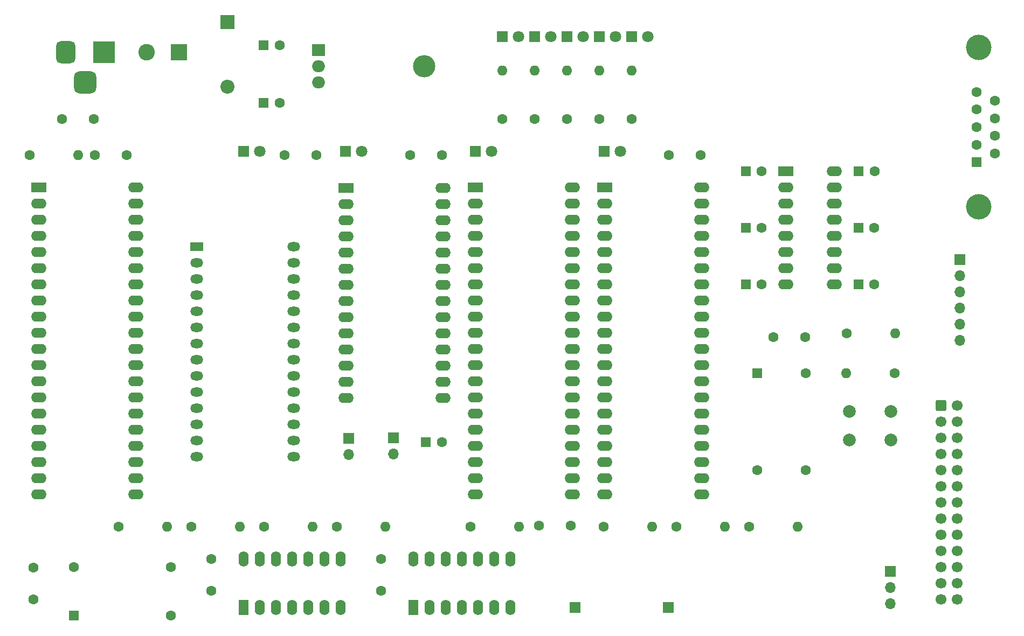
<source format=gbr>
%TF.GenerationSoftware,KiCad,Pcbnew,(6.0.11)*%
%TF.CreationDate,2024-01-26T22:10:08-05:00*%
%TF.ProjectId,FirstZ80,46697273-745a-4383-902e-6b696361645f,rev?*%
%TF.SameCoordinates,Original*%
%TF.FileFunction,Soldermask,Bot*%
%TF.FilePolarity,Negative*%
%FSLAX46Y46*%
G04 Gerber Fmt 4.6, Leading zero omitted, Abs format (unit mm)*
G04 Created by KiCad (PCBNEW (6.0.11)) date 2024-01-26 22:10:08*
%MOMM*%
%LPD*%
G01*
G04 APERTURE LIST*
G04 Aperture macros list*
%AMRoundRect*
0 Rectangle with rounded corners*
0 $1 Rounding radius*
0 $2 $3 $4 $5 $6 $7 $8 $9 X,Y pos of 4 corners*
0 Add a 4 corners polygon primitive as box body*
4,1,4,$2,$3,$4,$5,$6,$7,$8,$9,$2,$3,0*
0 Add four circle primitives for the rounded corners*
1,1,$1+$1,$2,$3*
1,1,$1+$1,$4,$5*
1,1,$1+$1,$6,$7*
1,1,$1+$1,$8,$9*
0 Add four rect primitives between the rounded corners*
20,1,$1+$1,$2,$3,$4,$5,0*
20,1,$1+$1,$4,$5,$6,$7,0*
20,1,$1+$1,$6,$7,$8,$9,0*
20,1,$1+$1,$8,$9,$2,$3,0*%
G04 Aperture macros list end*
%ADD10R,1.600000X2.400000*%
%ADD11O,1.600000X2.400000*%
%ADD12R,1.700000X1.700000*%
%ADD13R,1.600000X1.600000*%
%ADD14C,1.600000*%
%ADD15R,3.500000X3.500000*%
%ADD16RoundRect,0.750000X-0.750000X-1.000000X0.750000X-1.000000X0.750000X1.000000X-0.750000X1.000000X0*%
%ADD17RoundRect,0.875000X-0.875000X-0.875000X0.875000X-0.875000X0.875000X0.875000X-0.875000X0.875000X0*%
%ADD18R,1.800000X1.800000*%
%ADD19C,1.800000*%
%ADD20O,1.700000X1.700000*%
%ADD21O,1.600000X1.600000*%
%ADD22R,2.400000X1.600000*%
%ADD23O,2.400000X1.600000*%
%ADD24RoundRect,0.250000X-0.600000X-0.600000X0.600000X-0.600000X0.600000X0.600000X-0.600000X0.600000X0*%
%ADD25C,1.700000*%
%ADD26C,2.000000*%
%ADD27C,4.000000*%
%ADD28R,2.200000X2.200000*%
%ADD29O,2.200000X2.200000*%
%ADD30R,2.600000X2.600000*%
%ADD31C,2.600000*%
%ADD32R,2.000000X1.440000*%
%ADD33O,2.000000X1.440000*%
%ADD34O,3.500000X3.500000*%
%ADD35R,2.000000X1.905000*%
%ADD36O,2.000000X1.905000*%
G04 APERTURE END LIST*
D10*
%TO.C,U3*%
X96515000Y-153660000D03*
D11*
X99055000Y-153660000D03*
X101595000Y-153660000D03*
X104135000Y-153660000D03*
X106675000Y-153660000D03*
X109215000Y-153660000D03*
X111755000Y-153660000D03*
X111755000Y-146040000D03*
X109215000Y-146040000D03*
X106675000Y-146040000D03*
X104135000Y-146040000D03*
X101595000Y-146040000D03*
X99055000Y-146040000D03*
X96515000Y-146040000D03*
%TD*%
D12*
%TO.C,TP1*%
X163195000Y-153670000D03*
%TD*%
D13*
%TO.C,C3*%
X175369800Y-93980000D03*
D14*
X177869800Y-93980000D03*
%TD*%
D15*
%TO.C,J1*%
X74580000Y-66352500D03*
D16*
X68580000Y-66352500D03*
D17*
X71580000Y-71052500D03*
%TD*%
D18*
%TO.C,D1*%
X137160000Y-63890000D03*
D19*
X139700000Y-63890000D03*
%TD*%
D12*
%TO.C,JP2*%
X120015000Y-126995000D03*
D20*
X120015000Y-129535000D03*
%TD*%
D14*
%TO.C,C11*%
X91440000Y-146050000D03*
X91440000Y-151050000D03*
%TD*%
D10*
%TO.C,U1*%
X123190000Y-153660000D03*
D11*
X125730000Y-153660000D03*
X128270000Y-153660000D03*
X130810000Y-153660000D03*
X133350000Y-153660000D03*
X135890000Y-153660000D03*
X138430000Y-153660000D03*
X138430000Y-146040000D03*
X135890000Y-146040000D03*
X133350000Y-146040000D03*
X130810000Y-146040000D03*
X128270000Y-146040000D03*
X125730000Y-146040000D03*
X123190000Y-146040000D03*
%TD*%
D14*
%TO.C,C18*%
X184745000Y-111125000D03*
X179745000Y-111125000D03*
%TD*%
%TO.C,C9*%
X168275000Y-82550000D03*
X163275000Y-82550000D03*
%TD*%
%TO.C,R8*%
X147320000Y-76870000D03*
D21*
X147320000Y-69250000D03*
%TD*%
D13*
%TO.C,C1*%
X193104900Y-102870000D03*
D14*
X195604900Y-102870000D03*
%TD*%
%TO.C,R15*%
X111150000Y-140970000D03*
D21*
X118770000Y-140970000D03*
%TD*%
D22*
%TO.C,U2*%
X64360000Y-87635000D03*
D23*
X64360000Y-90175000D03*
X64360000Y-92715000D03*
X64360000Y-95255000D03*
X64360000Y-97795000D03*
X64360000Y-100335000D03*
X64360000Y-102875000D03*
X64360000Y-105415000D03*
X64360000Y-107955000D03*
X64360000Y-110495000D03*
X64360000Y-113035000D03*
X64360000Y-115575000D03*
X64360000Y-118115000D03*
X64360000Y-120655000D03*
X64360000Y-123195000D03*
X64360000Y-125735000D03*
X64360000Y-128275000D03*
X64360000Y-130815000D03*
X64360000Y-133355000D03*
X64360000Y-135895000D03*
X79600000Y-135895000D03*
X79600000Y-133355000D03*
X79600000Y-130815000D03*
X79600000Y-128275000D03*
X79600000Y-125735000D03*
X79600000Y-123195000D03*
X79600000Y-120655000D03*
X79600000Y-118115000D03*
X79600000Y-115575000D03*
X79600000Y-113035000D03*
X79600000Y-110495000D03*
X79600000Y-107955000D03*
X79600000Y-105415000D03*
X79600000Y-102875000D03*
X79600000Y-100335000D03*
X79600000Y-97795000D03*
X79600000Y-95255000D03*
X79600000Y-92715000D03*
X79600000Y-90175000D03*
X79600000Y-87635000D03*
%TD*%
D14*
%TO.C,C19*%
X63500000Y-147360000D03*
X63500000Y-152360000D03*
%TD*%
D18*
%TO.C,D8*%
X152400000Y-63890000D03*
D19*
X154940000Y-63890000D03*
%TD*%
D13*
%TO.C,C6*%
X193113900Y-85090000D03*
D14*
X195613900Y-85090000D03*
%TD*%
D22*
%TO.C,U8*%
X181695000Y-85060000D03*
D23*
X181695000Y-87600000D03*
X181695000Y-90140000D03*
X181695000Y-92680000D03*
X181695000Y-95220000D03*
X181695000Y-97760000D03*
X181695000Y-100300000D03*
X181695000Y-102840000D03*
X189315000Y-102840000D03*
X189315000Y-100300000D03*
X189315000Y-97760000D03*
X189315000Y-95220000D03*
X189315000Y-92680000D03*
X189315000Y-90140000D03*
X189315000Y-87600000D03*
X189315000Y-85060000D03*
%TD*%
D14*
%TO.C,R1*%
X76860000Y-140970000D03*
D21*
X84480000Y-140970000D03*
%TD*%
D14*
%TO.C,R2*%
X198755000Y-116840000D03*
D21*
X191135000Y-116840000D03*
%TD*%
D14*
%TO.C,C8*%
X127635000Y-82550000D03*
X122635000Y-82550000D03*
%TD*%
%TO.C,R7*%
X142240000Y-76870000D03*
D21*
X142240000Y-69250000D03*
%TD*%
D22*
%TO.C,U7*%
X153260000Y-87635000D03*
D23*
X153260000Y-90175000D03*
X153260000Y-92715000D03*
X153260000Y-95255000D03*
X153260000Y-97795000D03*
X153260000Y-100335000D03*
X153260000Y-102875000D03*
X153260000Y-105415000D03*
X153260000Y-107955000D03*
X153260000Y-110495000D03*
X153260000Y-113035000D03*
X153260000Y-115575000D03*
X153260000Y-118115000D03*
X153260000Y-120655000D03*
X153260000Y-123195000D03*
X153260000Y-125735000D03*
X153260000Y-128275000D03*
X153260000Y-130815000D03*
X153260000Y-133355000D03*
X153260000Y-135895000D03*
X168500000Y-135895000D03*
X168500000Y-133355000D03*
X168500000Y-130815000D03*
X168500000Y-128275000D03*
X168500000Y-125735000D03*
X168500000Y-123195000D03*
X168500000Y-120655000D03*
X168500000Y-118115000D03*
X168500000Y-115575000D03*
X168500000Y-113035000D03*
X168500000Y-110495000D03*
X168500000Y-107955000D03*
X168500000Y-105415000D03*
X168500000Y-102875000D03*
X168500000Y-100335000D03*
X168500000Y-97795000D03*
X168500000Y-95255000D03*
X168500000Y-92715000D03*
X168500000Y-90175000D03*
X168500000Y-87635000D03*
%TD*%
D14*
%TO.C,R3*%
X164465000Y-140970000D03*
D21*
X172085000Y-140970000D03*
%TD*%
D13*
%TO.C,C5*%
X193104900Y-93980000D03*
D14*
X195604900Y-93980000D03*
%TD*%
%TO.C,R9*%
X132130000Y-140970000D03*
D21*
X139750000Y-140970000D03*
%TD*%
D12*
%TO.C,JP3*%
X198120000Y-147955000D03*
D20*
X198120000Y-150495000D03*
X198120000Y-153035000D03*
%TD*%
D24*
%TO.C,P1*%
X206055000Y-121920000D03*
D25*
X208595000Y-121920000D03*
X206055000Y-124460000D03*
X208595000Y-124460000D03*
X206055000Y-127000000D03*
X208595000Y-127000000D03*
X206055000Y-129540000D03*
X208595000Y-129540000D03*
X206055000Y-132080000D03*
X208595000Y-132080000D03*
X206055000Y-134620000D03*
X208595000Y-134620000D03*
X206055000Y-137160000D03*
X208595000Y-137160000D03*
X206055000Y-139700000D03*
X208595000Y-139700000D03*
X206055000Y-142240000D03*
X208595000Y-142240000D03*
X206055000Y-144780000D03*
X208595000Y-144780000D03*
X206055000Y-147320000D03*
X208595000Y-147320000D03*
X206055000Y-149860000D03*
X208595000Y-149860000D03*
X206055000Y-152400000D03*
X208595000Y-152400000D03*
%TD*%
D14*
%TO.C,C12*%
X78105000Y-82550000D03*
X73105000Y-82550000D03*
%TD*%
D26*
%TO.C,SW1*%
X191695000Y-122845000D03*
X198195000Y-122845000D03*
X191695000Y-127345000D03*
X198195000Y-127345000D03*
%TD*%
D14*
%TO.C,C13*%
X107910000Y-82550000D03*
X102910000Y-82550000D03*
%TD*%
D18*
%TO.C,D3*%
X147320000Y-63890000D03*
D19*
X149860000Y-63890000D03*
%TD*%
D13*
%TO.C,C16*%
X99642000Y-74262500D03*
D14*
X102142000Y-74262500D03*
%TD*%
D18*
%TO.C,D7*%
X153150000Y-81915000D03*
D19*
X155690000Y-81915000D03*
%TD*%
D14*
%TO.C,R14*%
X157480000Y-76870000D03*
D21*
X157480000Y-69250000D03*
%TD*%
D18*
%TO.C,D2*%
X142240000Y-63890000D03*
D19*
X144780000Y-63890000D03*
%TD*%
D14*
%TO.C,R13*%
X152400000Y-76870000D03*
D21*
X152400000Y-69250000D03*
%TD*%
D14*
%TO.C,R10*%
X99720000Y-140970000D03*
D21*
X107340000Y-140970000D03*
%TD*%
D14*
%TO.C,C14*%
X67985000Y-76835000D03*
X72985000Y-76835000D03*
%TD*%
D13*
%TO.C,X1*%
X69850000Y-154940000D03*
D14*
X85090000Y-154940000D03*
X85090000Y-147320000D03*
X69850000Y-147320000D03*
%TD*%
D18*
%TO.C,D4*%
X132900000Y-81915000D03*
D19*
X135440000Y-81915000D03*
%TD*%
D12*
%TO.C,J2*%
X208985000Y-98935000D03*
D20*
X208985000Y-101475000D03*
X208985000Y-104015000D03*
X208985000Y-106555000D03*
X208985000Y-109095000D03*
X208985000Y-111635000D03*
%TD*%
D14*
%TO.C,R4*%
X191285000Y-110510000D03*
D21*
X198905000Y-110510000D03*
%TD*%
D14*
%TO.C,R6*%
X137160000Y-76870000D03*
D21*
X137160000Y-69250000D03*
%TD*%
D18*
%TO.C,D6*%
X96510000Y-81915000D03*
D19*
X99050000Y-81915000D03*
%TD*%
D14*
%TO.C,R16*%
X88290000Y-140970000D03*
D21*
X95910000Y-140970000D03*
%TD*%
D14*
%TO.C,R11*%
X62865000Y-82550000D03*
D21*
X70485000Y-82550000D03*
%TD*%
D13*
%TO.C,C17*%
X125159900Y-127635000D03*
D14*
X127659900Y-127635000D03*
%TD*%
D27*
%TO.C,J3*%
X211964700Y-90615000D03*
X211964700Y-65615000D03*
D13*
X211664700Y-83655000D03*
D14*
X211664700Y-80885000D03*
X211664700Y-78115000D03*
X211664700Y-75345000D03*
X211664700Y-72575000D03*
X214504700Y-82270000D03*
X214504700Y-79500000D03*
X214504700Y-76730000D03*
X214504700Y-73960000D03*
%TD*%
D22*
%TO.C,U4*%
X112620000Y-87640000D03*
D23*
X112620000Y-90180000D03*
X112620000Y-92720000D03*
X112620000Y-95260000D03*
X112620000Y-97800000D03*
X112620000Y-100340000D03*
X112620000Y-102880000D03*
X112620000Y-105420000D03*
X112620000Y-107960000D03*
X112620000Y-110500000D03*
X112620000Y-113040000D03*
X112620000Y-115580000D03*
X112620000Y-118120000D03*
X112620000Y-120660000D03*
X127860000Y-120660000D03*
X127860000Y-118120000D03*
X127860000Y-115580000D03*
X127860000Y-113040000D03*
X127860000Y-110500000D03*
X127860000Y-107960000D03*
X127860000Y-105420000D03*
X127860000Y-102880000D03*
X127860000Y-100340000D03*
X127860000Y-97800000D03*
X127860000Y-95260000D03*
X127860000Y-92720000D03*
X127860000Y-90180000D03*
X127860000Y-87640000D03*
%TD*%
D14*
%TO.C,R12*%
X153035000Y-140970000D03*
D21*
X160655000Y-140970000D03*
%TD*%
D14*
%TO.C,C7*%
X147925000Y-140725000D03*
X142925000Y-140725000D03*
%TD*%
D13*
%TO.C,X2*%
X177165000Y-116840000D03*
D14*
X177165000Y-132080000D03*
X184785000Y-132080000D03*
X184785000Y-116840000D03*
%TD*%
%TO.C,C10*%
X118110000Y-146050000D03*
X118110000Y-151050000D03*
%TD*%
D28*
%TO.C,D10*%
X93980000Y-61595000D03*
D29*
X93980000Y-71755000D03*
%TD*%
D30*
%TO.C,J4*%
X86360000Y-66370000D03*
D31*
X81280000Y-66370000D03*
%TD*%
D22*
%TO.C,U5*%
X132940000Y-87635000D03*
D23*
X132940000Y-90175000D03*
X132940000Y-92715000D03*
X132940000Y-95255000D03*
X132940000Y-97795000D03*
X132940000Y-100335000D03*
X132940000Y-102875000D03*
X132940000Y-105415000D03*
X132940000Y-107955000D03*
X132940000Y-110495000D03*
X132940000Y-113035000D03*
X132940000Y-115575000D03*
X132940000Y-118115000D03*
X132940000Y-120655000D03*
X132940000Y-123195000D03*
X132940000Y-125735000D03*
X132940000Y-128275000D03*
X132940000Y-130815000D03*
X132940000Y-133355000D03*
X132940000Y-135895000D03*
X148180000Y-135895000D03*
X148180000Y-133355000D03*
X148180000Y-130815000D03*
X148180000Y-128275000D03*
X148180000Y-125735000D03*
X148180000Y-123195000D03*
X148180000Y-120655000D03*
X148180000Y-118115000D03*
X148180000Y-115575000D03*
X148180000Y-113035000D03*
X148180000Y-110495000D03*
X148180000Y-107955000D03*
X148180000Y-105415000D03*
X148180000Y-102875000D03*
X148180000Y-100335000D03*
X148180000Y-97795000D03*
X148180000Y-95255000D03*
X148180000Y-92715000D03*
X148180000Y-90175000D03*
X148180000Y-87635000D03*
%TD*%
D13*
%TO.C,C4*%
X175369800Y-102870000D03*
D14*
X177869800Y-102870000D03*
%TD*%
D18*
%TO.C,D9*%
X157480000Y-63890000D03*
D19*
X160020000Y-63890000D03*
%TD*%
D12*
%TO.C,JP1*%
X113030000Y-127015000D03*
D20*
X113030000Y-129555000D03*
%TD*%
D12*
%TO.C,TP2*%
X148590000Y-153670000D03*
%TD*%
D18*
%TO.C,D5*%
X112540000Y-81915000D03*
D19*
X115080000Y-81915000D03*
%TD*%
D32*
%TO.C,U6*%
X89125000Y-96920000D03*
D33*
X89125000Y-99460000D03*
X89125000Y-102000000D03*
X89125000Y-104540000D03*
X89125000Y-107080000D03*
X89125000Y-109620000D03*
X89125000Y-112160000D03*
X89125000Y-114700000D03*
X89125000Y-117240000D03*
X89125000Y-119780000D03*
X89125000Y-122320000D03*
X89125000Y-124860000D03*
X89125000Y-127400000D03*
X89125000Y-129940000D03*
X104365000Y-129940000D03*
X104365000Y-127400000D03*
X104365000Y-124860000D03*
X104365000Y-122320000D03*
X104365000Y-119780000D03*
X104365000Y-117240000D03*
X104365000Y-114700000D03*
X104365000Y-112160000D03*
X104365000Y-109620000D03*
X104365000Y-107080000D03*
X104365000Y-104540000D03*
X104365000Y-102000000D03*
X104365000Y-99460000D03*
X104365000Y-96920000D03*
%TD*%
D14*
%TO.C,R5*%
X175895000Y-140970000D03*
D21*
X183515000Y-140970000D03*
%TD*%
D13*
%TO.C,C2*%
X175369800Y-85090000D03*
D14*
X177869800Y-85090000D03*
%TD*%
D34*
%TO.C,U9*%
X124905000Y-68580000D03*
D35*
X108245000Y-66040000D03*
D36*
X108245000Y-68580000D03*
X108245000Y-71120000D03*
%TD*%
D13*
%TO.C,C15*%
X99676400Y-65202500D03*
D14*
X102176400Y-65202500D03*
%TD*%
M02*

</source>
